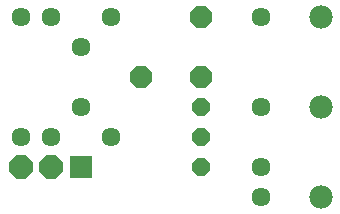
<source format=gbs>
G75*
%MOIN*%
%OFA0B0*%
%FSLAX25Y25*%
%IPPOS*%
%LPD*%
%AMOC8*
5,1,8,0,0,1.08239X$1,22.5*
%
%ADD10C,0.06343*%
%ADD11OC8,0.07296*%
%ADD12C,0.07800*%
%ADD13OC8,0.05950*%
%ADD14OC8,0.07800*%
%ADD15R,0.07800X0.07800*%
D10*
X0011000Y0031000D03*
X0021000Y0031000D03*
X0031000Y0041000D03*
X0041000Y0031000D03*
X0031000Y0061000D03*
X0021000Y0071000D03*
X0011000Y0071000D03*
X0041000Y0071000D03*
X0091000Y0071000D03*
X0091000Y0041000D03*
X0091000Y0021000D03*
X0091000Y0011000D03*
D11*
X0071000Y0051000D03*
X0051000Y0051000D03*
X0071000Y0071000D03*
D12*
X0111000Y0071000D03*
X0111000Y0041000D03*
X0111000Y0011000D03*
D13*
X0071000Y0021000D03*
X0071000Y0031000D03*
X0071000Y0041000D03*
D14*
X0011000Y0021000D03*
X0021000Y0021000D03*
D15*
X0031000Y0021000D03*
M02*

</source>
